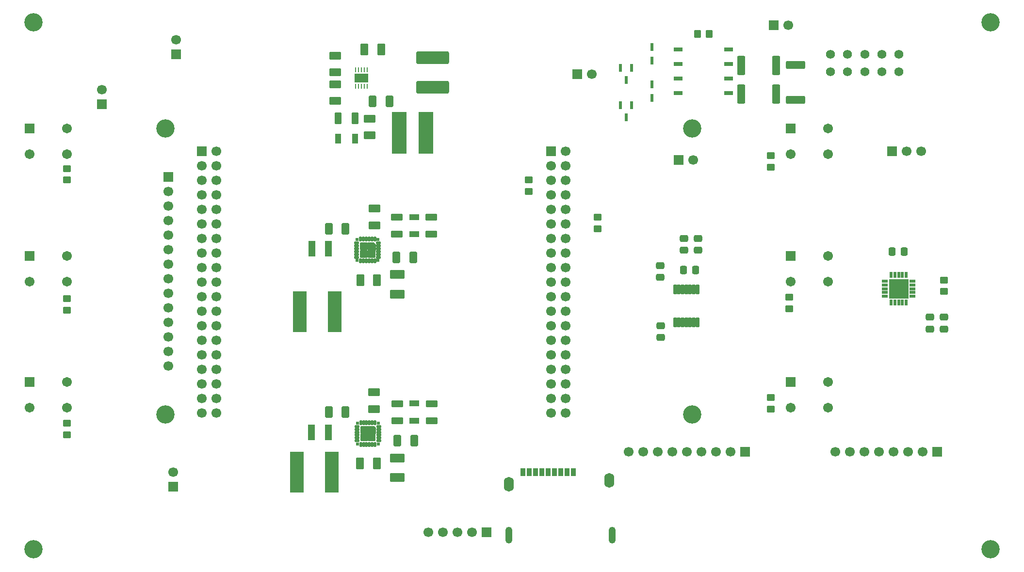
<source format=gbr>
%TF.GenerationSoftware,KiCad,Pcbnew,9.0.7*%
%TF.CreationDate,2026-02-04T14:53:37-04:00*%
%TF.ProjectId,TLS_Handheld_PCB,544c535f-4861-46e6-9468-656c645f5043,1*%
%TF.SameCoordinates,Original*%
%TF.FileFunction,Soldermask,Top*%
%TF.FilePolarity,Negative*%
%FSLAX46Y46*%
G04 Gerber Fmt 4.6, Leading zero omitted, Abs format (unit mm)*
G04 Created by KiCad (PCBNEW 9.0.7) date 2026-02-04 14:53:37*
%MOMM*%
%LPD*%
G01*
G04 APERTURE LIST*
G04 Aperture macros list*
%AMRoundRect*
0 Rectangle with rounded corners*
0 $1 Rounding radius*
0 $2 $3 $4 $5 $6 $7 $8 $9 X,Y pos of 4 corners*
0 Add a 4 corners polygon primitive as box body*
4,1,4,$2,$3,$4,$5,$6,$7,$8,$9,$2,$3,0*
0 Add four circle primitives for the rounded corners*
1,1,$1+$1,$2,$3*
1,1,$1+$1,$4,$5*
1,1,$1+$1,$6,$7*
1,1,$1+$1,$8,$9*
0 Add four rect primitives between the rounded corners*
20,1,$1+$1,$2,$3,$4,$5,0*
20,1,$1+$1,$4,$5,$6,$7,0*
20,1,$1+$1,$6,$7,$8,$9,0*
20,1,$1+$1,$8,$9,$2,$3,0*%
G04 Aperture macros list end*
%ADD10C,0.010000*%
%ADD11R,1.700000X1.700000*%
%ADD12C,1.700000*%
%ADD13R,1.803400X1.117600*%
%ADD14RoundRect,0.250000X0.450000X-0.350000X0.450000X0.350000X-0.450000X0.350000X-0.450000X-0.350000X0*%
%ADD15RoundRect,0.250000X-0.475000X0.337500X-0.475000X-0.337500X0.475000X-0.337500X0.475000X0.337500X0*%
%ADD16R,0.584200X1.473200*%
%ADD17R,1.168400X2.692400*%
%ADD18RoundRect,0.175500X0.526500X0.836500X-0.526500X0.836500X-0.526500X-0.836500X0.526500X-0.836500X0*%
%ADD19C,3.200000*%
%ADD20RoundRect,0.102000X0.885000X-0.525000X0.885000X0.525000X-0.885000X0.525000X-0.885000X-0.525000X0*%
%ADD21RoundRect,0.102000X-0.754000X-0.754000X0.754000X-0.754000X0.754000X0.754000X-0.754000X0.754000X0*%
%ADD22C,1.712000*%
%ADD23RoundRect,0.102000X0.525000X0.885000X-0.525000X0.885000X-0.525000X-0.885000X0.525000X-0.885000X0*%
%ADD24RoundRect,0.249999X1.425001X-0.450001X1.425001X0.450001X-1.425001X0.450001X-1.425001X-0.450001X0*%
%ADD25RoundRect,0.102000X-1.150000X0.625000X-1.150000X-0.625000X1.150000X-0.625000X1.150000X0.625000X0*%
%ADD26RoundRect,0.275500X2.586500X-0.826500X2.586500X0.826500X-2.586500X0.826500X-2.586500X-0.826500X0*%
%ADD27RoundRect,0.250000X-0.350000X-0.450000X0.350000X-0.450000X0.350000X0.450000X-0.350000X0.450000X0*%
%ADD28R,0.508000X1.320800*%
%ADD29R,1.117600X1.803400*%
%ADD30RoundRect,0.175500X-0.836500X0.526500X-0.836500X-0.526500X0.836500X-0.526500X0.836500X0.526500X0*%
%ADD31RoundRect,0.170500X-0.511500X-0.816500X0.511500X-0.816500X0.511500X0.816500X-0.511500X0.816500X0*%
%ADD32RoundRect,0.102000X-0.885000X0.570000X-0.885000X-0.570000X0.885000X-0.570000X0.885000X0.570000X0*%
%ADD33R,1.650000X0.700000*%
%ADD34RoundRect,0.065500X0.456500X0.196500X-0.456500X0.196500X-0.456500X-0.196500X0.456500X-0.196500X0*%
%ADD35RoundRect,0.065500X0.196500X0.456500X-0.196500X0.456500X-0.196500X-0.456500X0.196500X-0.456500X0*%
%ADD36RoundRect,0.102000X1.625000X1.625000X-1.625000X1.625000X-1.625000X-1.625000X1.625000X-1.625000X0*%
%ADD37RoundRect,0.250000X0.475000X-0.337500X0.475000X0.337500X-0.475000X0.337500X-0.475000X-0.337500X0*%
%ADD38R,2.463800X7.112000*%
%ADD39RoundRect,0.170500X0.511500X0.816500X-0.511500X0.816500X-0.511500X-0.816500X0.511500X-0.816500X0*%
%ADD40RoundRect,0.249999X-0.450001X-1.425001X0.450001X-1.425001X0.450001X1.425001X-0.450001X1.425001X0*%
%ADD41RoundRect,0.102000X-0.350000X-0.600000X0.350000X-0.600000X0.350000X0.600000X-0.350000X0.600000X0*%
%ADD42O,1.754000X2.554000*%
%ADD43O,1.254000X2.904000*%
%ADD44RoundRect,0.250000X0.337500X0.475000X-0.337500X0.475000X-0.337500X-0.475000X0.337500X-0.475000X0*%
%ADD45RoundRect,0.102000X0.885000X-0.565000X0.885000X0.565000X-0.885000X0.565000X-0.885000X-0.565000X0*%
%ADD46RoundRect,0.250000X-0.450000X0.350000X-0.450000X-0.350000X0.450000X-0.350000X0.450000X0.350000X0*%
%ADD47RoundRect,0.102000X-0.125000X0.350000X-0.125000X-0.350000X0.125000X-0.350000X0.125000X0.350000X0*%
%ADD48RoundRect,0.102000X-0.350000X0.125000X-0.350000X-0.125000X0.350000X-0.125000X0.350000X0.125000X0*%
%ADD49RoundRect,0.102000X-0.562500X0.562500X-0.562500X-0.562500X0.562500X-0.562500X0.562500X0.562500X0*%
%ADD50RoundRect,0.102000X-0.187500X0.187500X-0.187500X-0.187500X0.187500X-0.187500X0.187500X0.187500X0*%
%ADD51R,0.254000X0.812800*%
%ADD52R,2.483491X1.558110*%
%ADD53C,1.574800*%
%ADD54RoundRect,0.175500X0.836500X-0.526500X0.836500X0.526500X-0.836500X0.526500X-0.836500X-0.526500X0*%
%ADD55RoundRect,0.102000X-0.885000X0.525000X-0.885000X-0.525000X0.885000X-0.525000X0.885000X0.525000X0*%
%ADD56RoundRect,0.076750X-0.230250X0.775250X-0.230250X-0.775250X0.230250X-0.775250X0.230250X0.775250X0*%
%ADD57RoundRect,0.175500X-0.526500X-0.836500X0.526500X-0.836500X0.526500X0.836500X-0.526500X0.836500X0*%
%ADD58R,2.590800X7.289800*%
G04 APERTURE END LIST*
D10*
%TO.C,U2*%
X133137500Y-84708000D02*
X133137500Y-85750000D01*
X131812500Y-85750000D01*
X131812500Y-84425000D01*
X132854500Y-84425000D01*
X133137500Y-84708000D01*
G36*
X133137500Y-84708000D02*
G01*
X133137500Y-85750000D01*
X131812500Y-85750000D01*
X131812500Y-84425000D01*
X132854500Y-84425000D01*
X133137500Y-84708000D01*
G37*
%TO.C,U1*%
X133184500Y-116765500D02*
X133184500Y-117807500D01*
X131859500Y-117807500D01*
X131859500Y-116482500D01*
X132901500Y-116482500D01*
X133184500Y-116765500D01*
G36*
X133184500Y-116765500D02*
G01*
X133184500Y-117807500D01*
X131859500Y-117807500D01*
X131859500Y-116482500D01*
X132901500Y-116482500D01*
X133184500Y-116765500D01*
G37*
%TD*%
D11*
%TO.C,STM_CN10*%
X163862500Y-68500000D03*
D12*
X166402500Y-68500000D03*
X163862500Y-71040000D03*
X166402500Y-71040000D03*
X163862500Y-73580000D03*
X166402500Y-73580000D03*
X163862500Y-76120000D03*
X166402500Y-76120000D03*
X163862500Y-78660000D03*
X166402500Y-78660000D03*
X163862500Y-81200000D03*
X166402500Y-81200000D03*
X163862500Y-83740000D03*
X166402500Y-83740000D03*
X163862500Y-86280000D03*
X166402500Y-86280000D03*
X163862500Y-88820000D03*
X166402500Y-88820000D03*
X163862500Y-91360000D03*
X166402500Y-91360000D03*
X163862500Y-93900000D03*
X166402500Y-93900000D03*
X163862500Y-96440000D03*
X166402500Y-96440000D03*
X163862500Y-98980000D03*
X166402500Y-98980000D03*
X163862500Y-101520000D03*
X166402500Y-101520000D03*
X163862500Y-104060000D03*
X166402500Y-104060000D03*
X163862500Y-106600000D03*
X166402500Y-106600000D03*
X163862500Y-109140000D03*
X166402500Y-109140000D03*
X163862500Y-111680000D03*
X166402500Y-111680000D03*
X163862500Y-114220000D03*
X166402500Y-114220000D03*
%TD*%
D11*
%TO.C,J1*%
X168412500Y-55000000D03*
D12*
X170952500Y-55000000D03*
%TD*%
D13*
%TO.C,C26*%
X139912500Y-80001400D03*
X139912500Y-82998600D03*
%TD*%
D14*
%TO.C,RB2*%
X79337500Y-96250000D03*
X79337500Y-94250000D03*
%TD*%
D15*
%TO.C,C40*%
X229912500Y-97462500D03*
X229912500Y-99537500D03*
%TD*%
D16*
%TO.C,M1*%
X177862501Y-53933200D03*
X175962499Y-53933200D03*
X176912500Y-56066800D03*
%TD*%
D17*
%TO.C,L1*%
X124932700Y-117557500D03*
X121986300Y-117557500D03*
%TD*%
D18*
%TO.C,C13*%
X133419500Y-123057500D03*
X130499500Y-123057500D03*
%TD*%
D11*
%TO.C,+ Ref_Res -*%
X202725000Y-46500000D03*
D12*
X205265000Y-46500000D03*
%TD*%
D19*
%TO.C,REF\u002A\u002A*%
X240500000Y-46000000D03*
%TD*%
D20*
%TO.C,R23*%
X142912500Y-82970000D03*
X142912500Y-80000000D03*
%TD*%
D21*
%TO.C,PB-5*%
X205662500Y-86750000D03*
D22*
X212162500Y-86750000D03*
X205662500Y-91250000D03*
X212162500Y-91250000D03*
%TD*%
D23*
%TO.C,R32*%
X129647500Y-62750000D03*
X126677500Y-62750000D03*
%TD*%
D24*
%TO.C,Rref*%
X206500000Y-59550000D03*
X206500000Y-53450000D03*
%TD*%
D25*
%TO.C,R11*%
X136959500Y-122057500D03*
X136959500Y-125507500D03*
%TD*%
D26*
%TO.C,C31*%
X143162500Y-57355000D03*
X143162500Y-52145000D03*
%TD*%
D11*
%TO.C,RTD*%
X223332500Y-68500000D03*
D12*
X225872500Y-68500000D03*
X228412500Y-68500000D03*
%TD*%
D13*
%TO.C,C16*%
X139959500Y-112558900D03*
X139959500Y-115556100D03*
%TD*%
D27*
%TO.C,R_sink3*%
X189412500Y-48000000D03*
X191412500Y-48000000D03*
%TD*%
D21*
%TO.C,PB-4*%
X205662500Y-64500000D03*
D22*
X212162500Y-64500000D03*
X205662500Y-69000000D03*
X212162500Y-69000000D03*
%TD*%
D28*
%TO.C,D2*%
X181412500Y-56806200D03*
X181412500Y-59193800D03*
%TD*%
D11*
%TO.C,MAX31856*%
X197660000Y-121000000D03*
D12*
X195120000Y-121000000D03*
X192580000Y-121000000D03*
X190040000Y-121000000D03*
X187500000Y-121000000D03*
X184960000Y-121000000D03*
X182420000Y-121000000D03*
X179880000Y-121000000D03*
X177340000Y-121000000D03*
%TD*%
D14*
%TO.C,R_sink2*%
X159912500Y-75500000D03*
X159912500Y-73500000D03*
%TD*%
D15*
%TO.C,C35*%
X182912500Y-88462500D03*
X182912500Y-90537500D03*
%TD*%
D29*
%TO.C,C32*%
X129661100Y-66250000D03*
X126663900Y-66250000D03*
%TD*%
D21*
%TO.C,PB-6*%
X205662500Y-108750000D03*
D22*
X212162500Y-108750000D03*
X205662500Y-113250000D03*
X212162500Y-113250000D03*
%TD*%
D30*
%TO.C,C17*%
X132959500Y-110597500D03*
X132959500Y-113517500D03*
%TD*%
D31*
%TO.C,C29*%
X125047000Y-82000000D03*
X127953000Y-82000000D03*
%TD*%
D32*
%TO.C,R31*%
X126162500Y-51810000D03*
X126162500Y-54690000D03*
%TD*%
D33*
%TO.C,U4*%
X185987500Y-50690000D03*
X185987500Y-53230000D03*
X185987500Y-55770000D03*
X185987500Y-58310000D03*
X194837500Y-58310000D03*
X194837500Y-55770000D03*
X194837500Y-53230000D03*
X194837500Y-50690000D03*
%TD*%
D34*
%TO.C,U6*%
X226935000Y-93800000D03*
X226935000Y-93150000D03*
X226935000Y-92500000D03*
X226935000Y-91850000D03*
X226935000Y-91200000D03*
D35*
X225800000Y-90065000D03*
X225150000Y-90065000D03*
X224500000Y-90065000D03*
X223850000Y-90065000D03*
X223200000Y-90065000D03*
D34*
X222065000Y-91200000D03*
X222065000Y-91850000D03*
X222065000Y-92500000D03*
X222065000Y-93150000D03*
X222065000Y-93800000D03*
D35*
X223200000Y-94935000D03*
X223850000Y-94935000D03*
X224500000Y-94935000D03*
X225150000Y-94935000D03*
X225800000Y-94935000D03*
D36*
X224500000Y-92500000D03*
%TD*%
D37*
%TO.C,C39*%
X232412500Y-99537500D03*
X232412500Y-97462500D03*
%TD*%
D38*
%TO.C,C18*%
X119426600Y-124500000D03*
X125573400Y-124500000D03*
%TD*%
D39*
%TO.C,C33*%
X135615500Y-59750000D03*
X132709500Y-59750000D03*
%TD*%
D40*
%TO.C,Rh2*%
X197000000Y-58500000D03*
X203100000Y-58500000D03*
%TD*%
D20*
%TO.C,R13*%
X142959500Y-115541100D03*
X142959500Y-112571100D03*
%TD*%
D39*
%TO.C,C25*%
X139750000Y-87000000D03*
X136844000Y-87000000D03*
%TD*%
D41*
%TO.C,SD_Reader*%
X167750000Y-124500000D03*
X166650000Y-124500000D03*
X165550000Y-124500000D03*
X164450000Y-124500000D03*
X163350000Y-124500000D03*
X162250000Y-124500000D03*
X161150000Y-124500000D03*
X160050000Y-124500000D03*
X158950000Y-124500000D03*
D42*
X156500000Y-126650000D03*
X174000000Y-126000000D03*
D43*
X156500000Y-135550000D03*
X174500000Y-135550000D03*
%TD*%
D15*
%TO.C,C30*%
X183000000Y-98962500D03*
X183000000Y-101037500D03*
%TD*%
D21*
%TO.C,PB-3*%
X72837500Y-108750000D03*
D22*
X79337500Y-108750000D03*
X72837500Y-113250000D03*
X79337500Y-113250000D03*
%TD*%
D15*
%TO.C,C36*%
X187012500Y-83692500D03*
X187012500Y-85767500D03*
%TD*%
D40*
%TO.C,Rh1*%
X197000000Y-53500000D03*
X203100000Y-53500000D03*
%TD*%
D11*
%TO.C,J3*%
X85385000Y-60275000D03*
D12*
X85385000Y-57735000D03*
%TD*%
D44*
%TO.C,C37*%
X189050000Y-89230000D03*
X186975000Y-89230000D03*
%TD*%
D38*
%TO.C,C28*%
X119926600Y-96500000D03*
X126073400Y-96500000D03*
%TD*%
D19*
%TO.C,REF\u002A\u002A*%
X73500000Y-138000000D03*
%TD*%
D14*
%TO.C,RB1*%
X79337500Y-73500000D03*
X79337500Y-71500000D03*
%TD*%
D11*
%TO.C,TFT_DISPLAY_Pinout*%
X97000000Y-72960000D03*
D12*
X97000000Y-75500000D03*
X97000000Y-78040000D03*
X97000000Y-80580000D03*
X97000000Y-83120000D03*
X97000000Y-85660000D03*
X97000000Y-88200000D03*
X97000000Y-90740000D03*
X97000000Y-93280000D03*
X97000000Y-95820000D03*
X97000000Y-98360000D03*
X97000000Y-100900000D03*
X97000000Y-103440000D03*
X97000000Y-105980000D03*
%TD*%
D11*
%TO.C,MAX31865*%
X231200000Y-121000000D03*
D12*
X228660000Y-121000000D03*
X226120000Y-121000000D03*
X223580000Y-121000000D03*
X221040000Y-121000000D03*
X218500000Y-121000000D03*
X215960000Y-121000000D03*
X213420000Y-121000000D03*
%TD*%
D17*
%TO.C,L2*%
X125000000Y-85500000D03*
X122053600Y-85500000D03*
%TD*%
D11*
%TO.C,J2*%
X97912500Y-127040000D03*
D12*
X97912500Y-124500000D03*
%TD*%
D45*
%TO.C,R33*%
X126162500Y-59670000D03*
X126162500Y-56830000D03*
%TD*%
D46*
%TO.C,Rref*%
X232412500Y-91000000D03*
X232412500Y-93000000D03*
%TD*%
D21*
%TO.C,PB-1*%
X72837500Y-64500000D03*
D22*
X79337500Y-64500000D03*
X72837500Y-69000000D03*
X79337500Y-69000000D03*
%TD*%
D47*
%TO.C,U2*%
X133062500Y-83850000D03*
X132562500Y-83850000D03*
X132062500Y-83850000D03*
X131562500Y-83850000D03*
X131062500Y-83850000D03*
X130562500Y-83850000D03*
D48*
X129912500Y-84500000D03*
X129912500Y-85000000D03*
X129912500Y-85500000D03*
X129912500Y-86000000D03*
X129912500Y-86500000D03*
X129912500Y-87000000D03*
D47*
X130562500Y-87650000D03*
X131062500Y-87650000D03*
X131562500Y-87650000D03*
X132062500Y-87650000D03*
X132562500Y-87650000D03*
X133062500Y-87650000D03*
D48*
X133712500Y-87000000D03*
X133712500Y-86500000D03*
X133712500Y-86000000D03*
X133712500Y-85500000D03*
X133712500Y-85000000D03*
X133712500Y-84500000D03*
D49*
X132475000Y-86412500D03*
X131150000Y-85087500D03*
X131150000Y-86412500D03*
D50*
X133625000Y-83937500D03*
X133625000Y-87562500D03*
X130000000Y-83937500D03*
X130000000Y-87562500D03*
%TD*%
D51*
%TO.C,U3*%
X131709500Y-54250000D03*
X131209498Y-54250000D03*
X130709499Y-54250000D03*
X130209500Y-54250000D03*
X129709498Y-54250000D03*
X129709498Y-57145600D03*
X130209500Y-57145600D03*
X130709499Y-57145600D03*
X131209498Y-57145600D03*
X131709500Y-57145600D03*
D52*
X130706647Y-55677906D03*
%TD*%
D53*
%TO.C,Connector*%
X212572902Y-51564301D03*
X215572901Y-51564301D03*
X218572900Y-51564301D03*
X221572899Y-51564301D03*
X224572898Y-51564301D03*
X212572902Y-54564300D03*
X215572901Y-54564300D03*
X218572900Y-54564300D03*
X221572899Y-54564300D03*
X224572898Y-54564300D03*
%TD*%
D54*
%TO.C,C34*%
X132162500Y-65710000D03*
X132162500Y-62790000D03*
%TD*%
D18*
%TO.C,C23*%
X133460000Y-91000000D03*
X130540000Y-91000000D03*
%TD*%
D55*
%TO.C,R12*%
X136959500Y-112571100D03*
X136959500Y-115541100D03*
%TD*%
D19*
%TO.C,hole*%
X96500000Y-64500000D03*
%TD*%
%TO.C,REF\u002A\u002A*%
X73500000Y-46000000D03*
%TD*%
D30*
%TO.C,C27*%
X133000000Y-78500000D03*
X133000000Y-81420000D03*
%TD*%
D19*
%TO.C,hole*%
X188500000Y-114500000D03*
%TD*%
D11*
%TO.C,GPS_Pinout*%
X152580000Y-135000000D03*
D12*
X150040000Y-135000000D03*
X147500000Y-135000000D03*
X144960000Y-135000000D03*
X142420000Y-135000000D03*
%TD*%
D14*
%TO.C,RB3*%
X79337500Y-118000000D03*
X79337500Y-116000000D03*
%TD*%
%TO.C,RB4*%
X202162500Y-71250000D03*
X202162500Y-69250000D03*
%TD*%
D31*
%TO.C,C19*%
X125006500Y-114057500D03*
X127912500Y-114057500D03*
%TD*%
D11*
%TO.C,Thermocouple*%
X186087500Y-70000000D03*
D12*
X188627500Y-70000000D03*
%TD*%
D56*
%TO.C,U5*%
X189362500Y-92615000D03*
X188712500Y-92615000D03*
X188062500Y-92615000D03*
X187412500Y-92615000D03*
X186762500Y-92615000D03*
X186112500Y-92615000D03*
X185462500Y-92615000D03*
X185462500Y-98385000D03*
X186112500Y-98385000D03*
X186762500Y-98385000D03*
X187412500Y-98385000D03*
X188062500Y-98385000D03*
X188712500Y-98385000D03*
X189362500Y-98385000D03*
%TD*%
D25*
%TO.C,R21*%
X137000000Y-90000000D03*
X137000000Y-93450000D03*
%TD*%
D21*
%TO.C,PB-2*%
X72837500Y-86750000D03*
D22*
X79337500Y-86750000D03*
X72837500Y-91250000D03*
X79337500Y-91250000D03*
%TD*%
D11*
%TO.C,J1*%
X98412500Y-51540000D03*
D12*
X98412500Y-49000000D03*
%TD*%
D39*
%TO.C,C15*%
X139912500Y-119057500D03*
X137006500Y-119057500D03*
%TD*%
D14*
%TO.C,RB5*%
X205412500Y-96000000D03*
X205412500Y-94000000D03*
%TD*%
D19*
%TO.C,hole*%
X188500000Y-64500000D03*
%TD*%
D57*
%TO.C,C1*%
X131249500Y-50750000D03*
X134169500Y-50750000D03*
%TD*%
D16*
%TO.C,M2*%
X177862501Y-60433200D03*
X175962499Y-60433200D03*
X176912500Y-62566800D03*
%TD*%
D46*
%TO.C,RB6*%
X202162500Y-111500000D03*
X202162500Y-113500000D03*
%TD*%
D55*
%TO.C,R22*%
X136912500Y-80015000D03*
X136912500Y-82985000D03*
%TD*%
D14*
%TO.C,R_sink1*%
X171912500Y-82000000D03*
X171912500Y-80000000D03*
%TD*%
D19*
%TO.C,hole*%
X96500000Y-114500000D03*
%TD*%
%TO.C,REF\u002A\u002A*%
X240500000Y-138000000D03*
%TD*%
D44*
%TO.C,C41*%
X225450000Y-86000000D03*
X223375000Y-86000000D03*
%TD*%
D58*
%TO.C,L3*%
X137313000Y-65250000D03*
X142012000Y-65250000D03*
%TD*%
D28*
%TO.C,D1*%
X181412500Y-50306200D03*
X181412500Y-52693800D03*
%TD*%
D37*
%TO.C,C38*%
X189512500Y-85767500D03*
X189512500Y-83692500D03*
%TD*%
D11*
%TO.C,STM_CN7*%
X102862500Y-68500000D03*
D12*
X105402500Y-68500000D03*
X102862500Y-71040000D03*
X105402500Y-71040000D03*
X102862500Y-73580000D03*
X105402500Y-73580000D03*
X102862500Y-76120000D03*
X105402500Y-76120000D03*
X102862500Y-78660000D03*
X105402500Y-78660000D03*
X102862500Y-81200000D03*
X105402500Y-81200000D03*
X102862500Y-83740000D03*
X105402500Y-83740000D03*
X102862500Y-86280000D03*
X105402500Y-86280000D03*
X102862500Y-88820000D03*
X105402500Y-88820000D03*
X102862500Y-91360000D03*
X105402500Y-91360000D03*
X102862500Y-93900000D03*
X105402500Y-93900000D03*
X102862500Y-96440000D03*
X105402500Y-96440000D03*
X102862500Y-98980000D03*
X105402500Y-98980000D03*
X102862500Y-101520000D03*
X105402500Y-101520000D03*
X102862500Y-104060000D03*
X105402500Y-104060000D03*
X102862500Y-106600000D03*
X105402500Y-106600000D03*
X102862500Y-109140000D03*
X105402500Y-109140000D03*
X102862500Y-111680000D03*
X105402500Y-111680000D03*
X102862500Y-114220000D03*
X105402500Y-114220000D03*
%TD*%
D47*
%TO.C,U1*%
X133109500Y-115907500D03*
X132609500Y-115907500D03*
X132109500Y-115907500D03*
X131609500Y-115907500D03*
X131109500Y-115907500D03*
X130609500Y-115907500D03*
D48*
X129959500Y-116557500D03*
X129959500Y-117057500D03*
X129959500Y-117557500D03*
X129959500Y-118057500D03*
X129959500Y-118557500D03*
X129959500Y-119057500D03*
D47*
X130609500Y-119707500D03*
X131109500Y-119707500D03*
X131609500Y-119707500D03*
X132109500Y-119707500D03*
X132609500Y-119707500D03*
X133109500Y-119707500D03*
D48*
X133759500Y-119057500D03*
X133759500Y-118557500D03*
X133759500Y-118057500D03*
X133759500Y-117557500D03*
X133759500Y-117057500D03*
X133759500Y-116557500D03*
D49*
X132522000Y-118470000D03*
X131197000Y-117145000D03*
X131197000Y-118470000D03*
D50*
X133672000Y-115995000D03*
X133672000Y-119620000D03*
X130047000Y-115995000D03*
X130047000Y-119620000D03*
%TD*%
M02*

</source>
